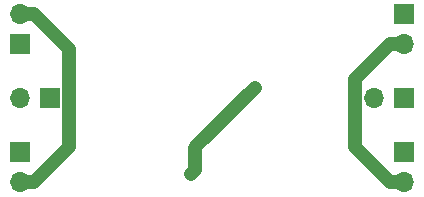
<source format=gbr>
G04 #@! TF.FileFunction,Copper,L2,Bot,Signal*
%FSLAX46Y46*%
G04 Gerber Fmt 4.6, Leading zero omitted, Abs format (unit mm)*
G04 Created by KiCad (PCBNEW 4.0.7) date 11/01/17 14:12:36*
%MOMM*%
%LPD*%
G01*
G04 APERTURE LIST*
%ADD10C,0.076200*%
%ADD11R,1.700000X1.700000*%
%ADD12O,1.700000X1.700000*%
%ADD13C,0.685800*%
%ADD14C,1.219200*%
G04 APERTURE END LIST*
D10*
D11*
X164338000Y-102108000D03*
D12*
X164338000Y-99568000D03*
D11*
X196850000Y-99568000D03*
D12*
X196850000Y-102108000D03*
D11*
X164338000Y-111252000D03*
D12*
X164338000Y-113792000D03*
D11*
X196850000Y-111252000D03*
D12*
X196850000Y-113792000D03*
D11*
X166878000Y-106680000D03*
D12*
X164338000Y-106680000D03*
D11*
X196850000Y-106680000D03*
D12*
X194310000Y-106680000D03*
D13*
X178769000Y-113110000D03*
X184181000Y-105791000D03*
D14*
X196850000Y-102108000D02*
X195647919Y-102108000D01*
X195647919Y-102108000D02*
X192697999Y-105057920D01*
X192697999Y-110842080D02*
X195647919Y-113792000D01*
X192697999Y-105057920D02*
X192697999Y-110842080D01*
X195647919Y-113792000D02*
X196850000Y-113792000D01*
X164338000Y-99568000D02*
X165540081Y-99568000D01*
X165540081Y-113792000D02*
X164338000Y-113792000D01*
X165540081Y-99568000D02*
X168490001Y-102517920D01*
X168490001Y-102517920D02*
X168490001Y-110842080D01*
X168490001Y-110842080D02*
X165540081Y-113792000D01*
X178769000Y-113110000D02*
X179111899Y-112767101D01*
X179111899Y-112767101D02*
X179111899Y-110860101D01*
X179111899Y-110860101D02*
X179324000Y-110648000D01*
X179324000Y-110648000D02*
X184181000Y-105791000D01*
M02*

</source>
